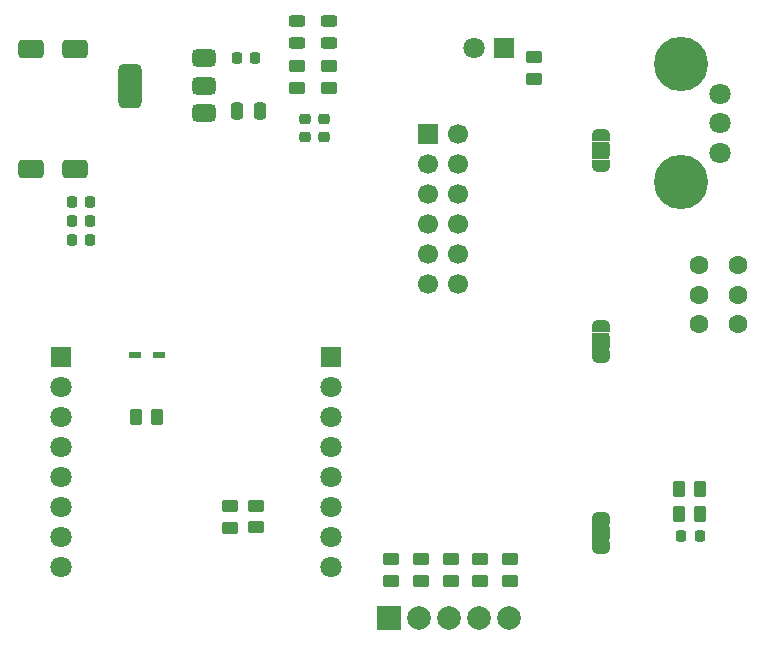
<source format=gbr>
%TF.GenerationSoftware,KiCad,Pcbnew,9.0.4*%
%TF.CreationDate,2025-09-01T15:43:59+02:00*%
%TF.ProjectId,Cours_Univ_2025_v1,436f7572-735f-4556-9e69-765f32303235,rev?*%
%TF.SameCoordinates,PX2faf080PY632ea00*%
%TF.FileFunction,Soldermask,Bot*%
%TF.FilePolarity,Negative*%
%FSLAX46Y46*%
G04 Gerber Fmt 4.6, Leading zero omitted, Abs format (unit mm)*
G04 Created by KiCad (PCBNEW 9.0.4) date 2025-09-01 15:43:59*
%MOMM*%
%LPD*%
G01*
G04 APERTURE LIST*
G04 Aperture macros list*
%AMRoundRect*
0 Rectangle with rounded corners*
0 $1 Rounding radius*
0 $2 $3 $4 $5 $6 $7 $8 $9 X,Y pos of 4 corners*
0 Add a 4 corners polygon primitive as box body*
4,1,4,$2,$3,$4,$5,$6,$7,$8,$9,$2,$3,0*
0 Add four circle primitives for the rounded corners*
1,1,$1+$1,$2,$3*
1,1,$1+$1,$4,$5*
1,1,$1+$1,$6,$7*
1,1,$1+$1,$8,$9*
0 Add four rect primitives between the rounded corners*
20,1,$1+$1,$2,$3,$4,$5,0*
20,1,$1+$1,$4,$5,$6,$7,0*
20,1,$1+$1,$6,$7,$8,$9,0*
20,1,$1+$1,$8,$9,$2,$3,0*%
%AMFreePoly0*
4,1,23,0.550000,-0.750000,0.000000,-0.750000,0.000000,-0.745722,-0.065263,-0.745722,-0.191342,-0.711940,-0.304381,-0.646677,-0.396677,-0.554381,-0.461940,-0.441342,-0.495722,-0.315263,-0.495722,-0.250000,-0.500000,-0.250000,-0.500000,0.250000,-0.495722,0.250000,-0.495722,0.315263,-0.461940,0.441342,-0.396677,0.554381,-0.304381,0.646677,-0.191342,0.711940,-0.065263,0.745722,0.000000,0.745722,
0.000000,0.750000,0.550000,0.750000,0.550000,-0.750000,0.550000,-0.750000,$1*%
%AMFreePoly1*
4,1,23,0.000000,0.745722,0.065263,0.745722,0.191342,0.711940,0.304381,0.646677,0.396677,0.554381,0.461940,0.441342,0.495722,0.315263,0.495722,0.250000,0.500000,0.250000,0.500000,-0.250000,0.495722,-0.250000,0.495722,-0.315263,0.461940,-0.441342,0.396677,-0.554381,0.304381,-0.646677,0.191342,-0.711940,0.065263,-0.745722,0.000000,-0.745722,0.000000,-0.750000,-0.550000,-0.750000,
-0.550000,0.750000,0.000000,0.750000,0.000000,0.745722,0.000000,0.745722,$1*%
G04 Aperture macros list end*
%ADD10R,1.000000X0.600000*%
%ADD11RoundRect,0.400000X-0.700000X0.400000X-0.700000X-0.400000X0.700000X-0.400000X0.700000X0.400000X0*%
%ADD12C,1.700000*%
%ADD13R,1.700000X1.700000*%
%ADD14FreePoly0,90.000000*%
%ADD15R,1.500000X1.000000*%
%ADD16FreePoly1,90.000000*%
%ADD17R,1.800000X1.800000*%
%ADD18C,1.800000*%
%ADD19C,1.600000*%
%ADD20RoundRect,0.225000X-0.225000X-0.250000X0.225000X-0.250000X0.225000X0.250000X-0.225000X0.250000X0*%
%ADD21RoundRect,0.250000X-0.450000X0.262500X-0.450000X-0.262500X0.450000X-0.262500X0.450000X0.262500X0*%
%ADD22RoundRect,0.250000X0.450000X-0.262500X0.450000X0.262500X-0.450000X0.262500X-0.450000X-0.262500X0*%
%ADD23RoundRect,0.250000X0.262500X0.450000X-0.262500X0.450000X-0.262500X-0.450000X0.262500X-0.450000X0*%
%ADD24RoundRect,0.225000X0.225000X0.250000X-0.225000X0.250000X-0.225000X-0.250000X0.225000X-0.250000X0*%
%ADD25RoundRect,0.250000X-0.250000X-0.475000X0.250000X-0.475000X0.250000X0.475000X-0.250000X0.475000X0*%
%ADD26RoundRect,0.225000X-0.250000X0.225000X-0.250000X-0.225000X0.250000X-0.225000X0.250000X0.225000X0*%
%ADD27RoundRect,0.250000X-0.262500X-0.450000X0.262500X-0.450000X0.262500X0.450000X-0.262500X0.450000X0*%
%ADD28RoundRect,0.243750X0.456250X-0.243750X0.456250X0.243750X-0.456250X0.243750X-0.456250X-0.243750X0*%
%ADD29RoundRect,0.375000X0.625000X0.375000X-0.625000X0.375000X-0.625000X-0.375000X0.625000X-0.375000X0*%
%ADD30RoundRect,0.500000X0.500000X1.400000X-0.500000X1.400000X-0.500000X-1.400000X0.500000X-1.400000X0*%
%ADD31R,2.000000X2.000000*%
%ADD32C,2.000000*%
%ADD33C,4.600000*%
G04 APERTURE END LIST*
%TO.C,JP1*%
G36*
X50450000Y8350000D02*
G01*
X48950000Y8350000D01*
X48950000Y9850000D01*
X50450000Y9850000D01*
X50450000Y8350000D01*
G37*
%TO.C,JP2*%
G36*
X50450000Y40750000D02*
G01*
X48950000Y40750000D01*
X48950000Y42250000D01*
X50450000Y42250000D01*
X50450000Y40750000D01*
G37*
%TO.C,JP3*%
G36*
X50450000Y24550000D02*
G01*
X48950000Y24550000D01*
X48950000Y26050000D01*
X50450000Y26050000D01*
X50450000Y24550000D01*
G37*
%TD*%
D10*
%TO.C,D2*%
X10250000Y24150000D03*
X12350000Y24150000D03*
%TD*%
D11*
%TO.C,X1*%
X5200000Y50100000D03*
X1500000Y50100000D03*
X5200000Y39900000D03*
X1500000Y39900000D03*
%TD*%
D12*
%TO.C,J2*%
X37640000Y30200000D03*
X35100000Y30200000D03*
X37640000Y32740000D03*
X35100000Y32740000D03*
X37640000Y35280000D03*
X35100000Y35280000D03*
X37640000Y37820000D03*
X35100000Y37820000D03*
X37640000Y40360000D03*
X35100000Y40360000D03*
X37640000Y42900000D03*
D13*
X35100000Y42900000D03*
%TD*%
D14*
%TO.C,JP1*%
X49700000Y7800000D03*
D15*
X49700000Y9100000D03*
D16*
X49700000Y10400000D03*
%TD*%
%TO.C,JP2*%
X49700000Y42800000D03*
D15*
X49700000Y41500000D03*
D14*
X49700000Y40200000D03*
%TD*%
%TO.C,JP3*%
X49700000Y24000000D03*
D15*
X49700000Y25300000D03*
D16*
X49700000Y26600000D03*
%TD*%
D17*
%TO.C,CON1*%
X4000000Y24000000D03*
D18*
X4000000Y21460000D03*
X4000000Y18920000D03*
X4000000Y16380000D03*
X4000000Y13840000D03*
X4000000Y11300000D03*
X4000000Y8760000D03*
X4000000Y6220000D03*
X26860000Y6220000D03*
X26860000Y8760000D03*
X26860000Y11300000D03*
X26860000Y13840000D03*
X26860000Y16380000D03*
X26860000Y18920000D03*
X26860000Y21460000D03*
D17*
X26860000Y24000000D03*
%TD*%
%TO.C,D3/PB1*%
X41500000Y50200000D03*
D18*
X38960000Y50200000D03*
%TD*%
D19*
%TO.C,BOOT0*%
X61350000Y26800000D03*
X61350000Y29300000D03*
X61350000Y31800000D03*
X58050000Y26800000D03*
X58050000Y29300000D03*
X58050000Y31800000D03*
%TD*%
D20*
%TO.C,C8*%
X4925000Y35550000D03*
X6475000Y35550000D03*
%TD*%
D21*
%TO.C,R4*%
X39500000Y6912500D03*
X39500000Y5087500D03*
%TD*%
%TO.C,R5*%
X42000000Y6912500D03*
X42000000Y5087500D03*
%TD*%
%TO.C,R6*%
X34500000Y6912500D03*
X34500000Y5087500D03*
%TD*%
D22*
%TO.C,R7*%
X20500000Y9587500D03*
X20500000Y11412500D03*
%TD*%
%TO.C,R8*%
X18290000Y9577500D03*
X18290000Y11402500D03*
%TD*%
D21*
%TO.C,R9*%
X32000000Y6912500D03*
X32000000Y5087500D03*
%TD*%
%TO.C,R10*%
X37000000Y6912500D03*
X37000000Y5087500D03*
%TD*%
D23*
%TO.C,R11*%
X12162500Y18900000D03*
X10337500Y18900000D03*
%TD*%
D22*
%TO.C,R14*%
X44100000Y47587500D03*
X44100000Y49412500D03*
%TD*%
D24*
%TO.C,C4*%
X20475000Y49300000D03*
X18925000Y49300000D03*
%TD*%
%TO.C,C14*%
X58100000Y8900000D03*
X56550000Y8900000D03*
%TD*%
D23*
%TO.C,R13*%
X58162500Y12810000D03*
X56337500Y12810000D03*
%TD*%
D25*
%TO.C,C5*%
X18950000Y44800000D03*
X20850000Y44800000D03*
%TD*%
D26*
%TO.C,C12*%
X26250000Y44175000D03*
X26250000Y42625000D03*
%TD*%
%TO.C,C13*%
X24650000Y44175000D03*
X24650000Y42625000D03*
%TD*%
D20*
%TO.C,C6*%
X4925000Y33950000D03*
X6475000Y33950000D03*
%TD*%
%TO.C,C7*%
X4925000Y37150000D03*
X6475000Y37150000D03*
%TD*%
D27*
%TO.C,R12*%
X56337500Y10750000D03*
X58162500Y10750000D03*
%TD*%
D21*
%TO.C,R16*%
X24000000Y48612500D03*
X24000000Y46787500D03*
%TD*%
D28*
%TO.C,D3*%
X26700000Y50562500D03*
X26700000Y52437500D03*
%TD*%
D21*
%TO.C,R15*%
X26700000Y48612500D03*
X26700000Y46787500D03*
%TD*%
D29*
%TO.C,U3*%
X16150000Y49300000D03*
X16150000Y47000000D03*
X16150000Y44700000D03*
D30*
X9850000Y47000000D03*
%TD*%
D28*
%TO.C,D4*%
X24000000Y50562500D03*
X24000000Y52437500D03*
%TD*%
D31*
%TO.C,J1*%
X31750000Y1930000D03*
D32*
X34290000Y1930000D03*
X36830000Y1930000D03*
X39370000Y1930000D03*
X41910000Y1930000D03*
%TD*%
D33*
%TO.C,RV1/PB0*%
X56500000Y48800000D03*
X56500000Y38800000D03*
D18*
X59800000Y41300000D03*
X59800000Y43800000D03*
X59800000Y46300000D03*
%TD*%
M02*

</source>
